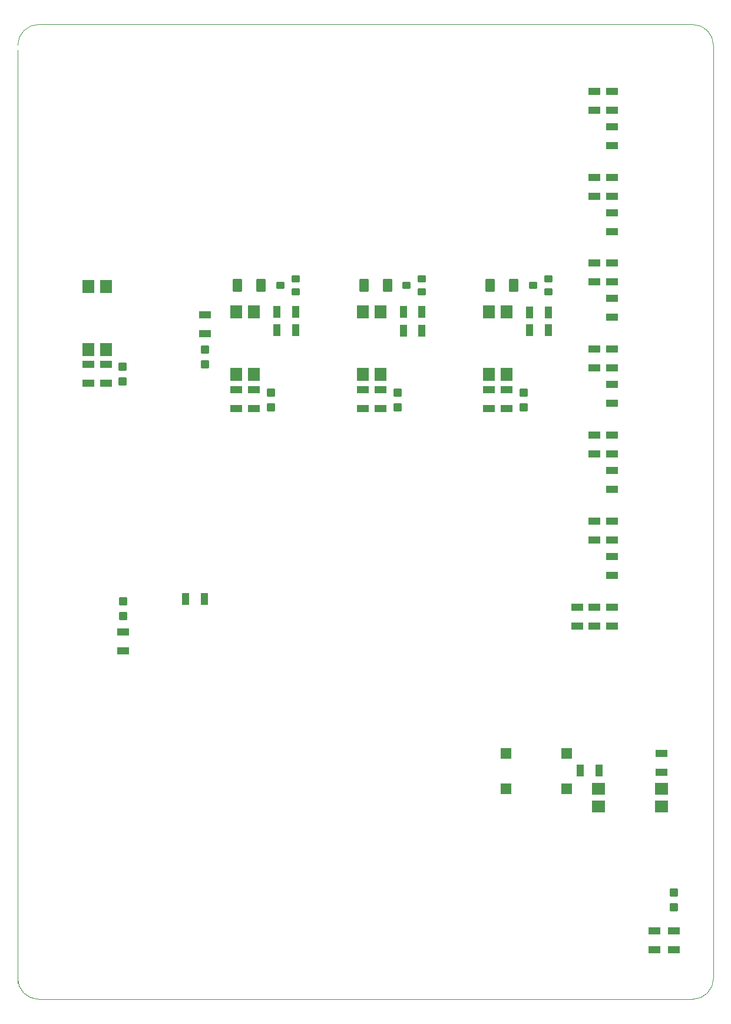
<source format=gtp>
G04*
G04 #@! TF.GenerationSoftware,Altium Limited,Altium Designer,24.7.2 (38)*
G04*
G04 Layer_Color=8421504*
%FSAX43Y43*%
%MOMM*%
G71*
G04*
G04 #@! TF.SameCoordinates,CBEA9559-B170-43FD-8457-18A981A7652A*
G04*
G04*
G04 #@! TF.FilePolarity,Positive*
G04*
G01*
G75*
%ADD12C,0.100*%
%ADD20R,1.700X1.100*%
%ADD21R,1.100X1.700*%
G04:AMPARAMS|DCode=22|XSize=1.2mm|YSize=1.2mm|CornerRadius=0.12mm|HoleSize=0mm|Usage=FLASHONLY|Rotation=270.000|XOffset=0mm|YOffset=0mm|HoleType=Round|Shape=RoundedRectangle|*
%AMROUNDEDRECTD22*
21,1,1.200,0.960,0,0,270.0*
21,1,0.960,1.200,0,0,270.0*
1,1,0.240,-0.480,-0.480*
1,1,0.240,-0.480,0.480*
1,1,0.240,0.480,0.480*
1,1,0.240,0.480,-0.480*
%
%ADD22ROUNDEDRECTD22*%
%ADD23R,1.500X1.500*%
%ADD24R,1.900X1.700*%
G04:AMPARAMS|DCode=25|XSize=1mm|YSize=1.2mm|CornerRadius=0.15mm|HoleSize=0mm|Usage=FLASHONLY|Rotation=90.000|XOffset=0mm|YOffset=0mm|HoleType=Round|Shape=RoundedRectangle|*
%AMROUNDEDRECTD25*
21,1,1.000,0.900,0,0,90.0*
21,1,0.700,1.200,0,0,90.0*
1,1,0.300,0.450,0.350*
1,1,0.300,0.450,-0.350*
1,1,0.300,-0.450,-0.350*
1,1,0.300,-0.450,0.350*
%
%ADD25ROUNDEDRECTD25*%
G04:AMPARAMS|DCode=26|XSize=1.4mm|YSize=1.8mm|CornerRadius=0.14mm|HoleSize=0mm|Usage=FLASHONLY|Rotation=0.000|XOffset=0mm|YOffset=0mm|HoleType=Round|Shape=RoundedRectangle|*
%AMROUNDEDRECTD26*
21,1,1.400,1.520,0,0,0.0*
21,1,1.120,1.800,0,0,0.0*
1,1,0.280,0.560,-0.760*
1,1,0.280,-0.560,-0.760*
1,1,0.280,-0.560,0.760*
1,1,0.280,0.560,0.760*
%
%ADD26ROUNDEDRECTD26*%
%ADD27R,1.700X1.900*%
D12*
X0499566Y0535195D02*
G03*
X0502566Y0538195I-0000000J0003000D01*
G01*
X0502566Y0672195D02*
G03*
X0499566Y0675195I-0003000J0000000D01*
G01*
X0405566Y0675195D02*
G03*
X0402566Y0672195I-0000000J-0003000D01*
G01*
X0402566Y0538195D02*
G03*
X0405566Y0535195I0003000J-0000000D01*
G01*
X0402566Y0537495D02*
X0402566Y0671495D01*
X0405566Y0535195D02*
X0499566Y0535195D01*
X0502566Y0538195D02*
X0502566Y0672195D01*
X0405566Y0675195D02*
X0499566Y0675195D01*
D20*
X0485473Y0591527D02*
D03*
Y0588827D02*
D03*
X0487973D02*
D03*
Y0591527D02*
D03*
X0482973Y0588827D02*
D03*
Y0591527D02*
D03*
X0495066Y0567768D02*
D03*
Y0570468D02*
D03*
X0496841Y0542282D02*
D03*
Y0544982D02*
D03*
X0494041D02*
D03*
Y0542282D02*
D03*
X0452152Y0620024D02*
D03*
Y0622724D02*
D03*
X0434002Y0620024D02*
D03*
Y0622724D02*
D03*
X0470302Y0620024D02*
D03*
Y0622724D02*
D03*
X0417709Y0585224D02*
D03*
X0417709Y0587924D02*
D03*
X0429508Y0633508D02*
D03*
X0429508Y0630808D02*
D03*
X0412697Y0623650D02*
D03*
Y0626350D02*
D03*
X0415237Y0626350D02*
D03*
Y0623650D02*
D03*
X0485473Y0665597D02*
D03*
Y0662897D02*
D03*
X0487973Y0657817D02*
D03*
Y0660517D02*
D03*
Y0665597D02*
D03*
Y0662897D02*
D03*
X0436542Y0620024D02*
D03*
Y0622724D02*
D03*
X0485473Y0653252D02*
D03*
Y0650552D02*
D03*
X0487973Y0645472D02*
D03*
Y0648172D02*
D03*
Y0653252D02*
D03*
Y0650552D02*
D03*
X0485473Y0640907D02*
D03*
Y0638207D02*
D03*
X0454692Y0620024D02*
D03*
Y0622724D02*
D03*
X0487973Y0633127D02*
D03*
Y0635827D02*
D03*
Y0640907D02*
D03*
Y0638207D02*
D03*
X0485473Y0628562D02*
D03*
Y0625862D02*
D03*
X0487973Y0620782D02*
D03*
Y0623482D02*
D03*
Y0628562D02*
D03*
Y0625862D02*
D03*
X0472842Y0620024D02*
D03*
Y0622724D02*
D03*
X0485473Y0616217D02*
D03*
X0485473Y0613517D02*
D03*
X0487973Y0608437D02*
D03*
Y0611137D02*
D03*
Y0616217D02*
D03*
Y0613517D02*
D03*
X0485473Y0603872D02*
D03*
Y0601172D02*
D03*
X0487973Y0596092D02*
D03*
Y0598792D02*
D03*
Y0603872D02*
D03*
X0487973Y0601172D02*
D03*
D21*
X0426656Y0592646D02*
D03*
X0429355D02*
D03*
X0486121Y0568028D02*
D03*
X0483421D02*
D03*
X0457972Y0633958D02*
D03*
X0460672D02*
D03*
Y0631224D02*
D03*
X0457972D02*
D03*
X0439822Y0633958D02*
D03*
X0442522D02*
D03*
X0442522Y0631258D02*
D03*
X0439822D02*
D03*
X0476122Y0633858D02*
D03*
X0478822D02*
D03*
X0478822Y0631258D02*
D03*
X0476122D02*
D03*
D22*
X0496841Y0548422D02*
D03*
Y0550522D02*
D03*
X0457145Y0620220D02*
D03*
Y0622320D02*
D03*
X0438995Y0620220D02*
D03*
Y0622320D02*
D03*
X0475295Y0620221D02*
D03*
Y0622320D02*
D03*
X0417709Y0590224D02*
D03*
Y0592324D02*
D03*
X0429508Y0628508D02*
D03*
X0429508Y0626408D02*
D03*
X0417591Y0623946D02*
D03*
Y0626046D02*
D03*
D23*
X0472721Y0570543D02*
D03*
Y0565443D02*
D03*
X0481421Y0570543D02*
D03*
Y0565443D02*
D03*
D24*
X0495066D02*
D03*
X0486066D02*
D03*
X0495066Y0562903D02*
D03*
X0486066D02*
D03*
D25*
X0460672Y0636791D02*
D03*
Y0638691D02*
D03*
X0458472Y0637741D02*
D03*
X0442522Y0636791D02*
D03*
Y0638691D02*
D03*
X0440322Y0637741D02*
D03*
X0478822Y0636791D02*
D03*
Y0638691D02*
D03*
X0476622Y0637741D02*
D03*
D26*
X0455709Y0637741D02*
D03*
X0452309D02*
D03*
X0437559Y0637741D02*
D03*
X0434159D02*
D03*
X0473859Y0637741D02*
D03*
X0470459D02*
D03*
D27*
X0454692Y0624909D02*
D03*
Y0633909D02*
D03*
X0452152Y0624909D02*
D03*
Y0633909D02*
D03*
X0436542Y0624909D02*
D03*
Y0633909D02*
D03*
X0434002Y0624909D02*
D03*
Y0633909D02*
D03*
X0472842Y0624909D02*
D03*
Y0633909D02*
D03*
X0470302Y0624909D02*
D03*
Y0633909D02*
D03*
X0415237Y0628535D02*
D03*
Y0637535D02*
D03*
X0412697Y0628535D02*
D03*
Y0637535D02*
D03*
M02*

</source>
